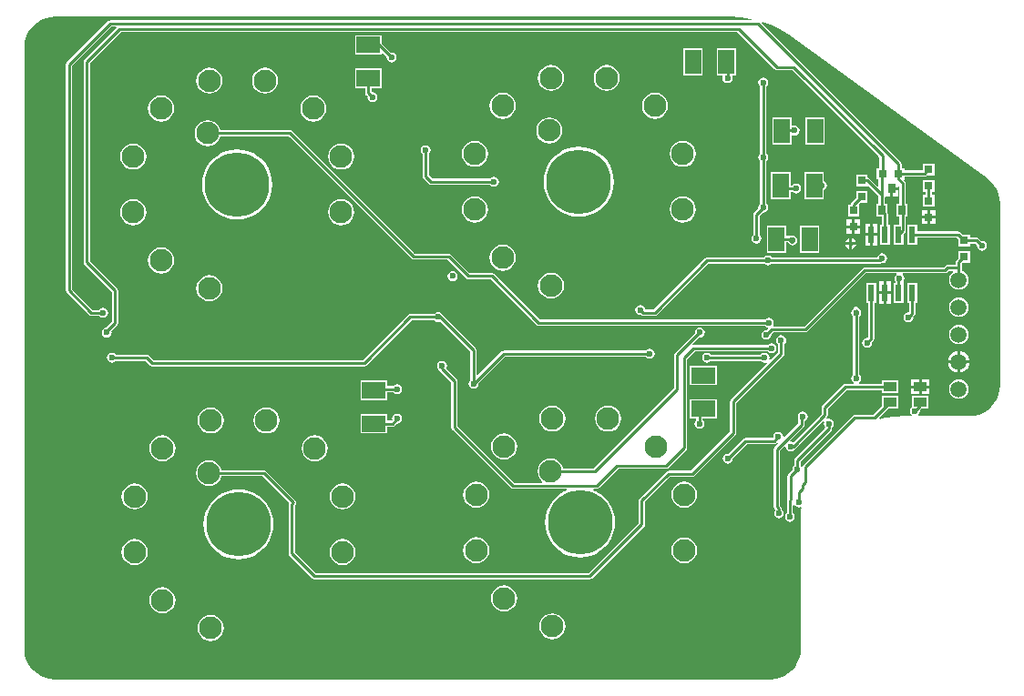
<source format=gtl>
G04*
G04 #@! TF.GenerationSoftware,Altium Limited,Altium Designer,19.0.14 (431)*
G04*
G04 Layer_Physical_Order=1*
G04 Layer_Color=255*
%FSLAX25Y25*%
%MOIN*%
G70*
G01*
G75*
%ADD11C,0.01000*%
%ADD25R,0.02362X0.06102*%
%ADD26R,0.02953X0.03150*%
%ADD27R,0.03150X0.02953*%
%ADD28R,0.02756X0.03543*%
%ADD29R,0.08661X0.05906*%
%ADD30R,0.05906X0.08661*%
%ADD31R,0.04724X0.03543*%
%ADD32C,0.23622*%
%ADD33C,0.08268*%
%ADD34C,0.05906*%
%ADD35C,0.02362*%
%ADD36C,0.02000*%
G36*
X109147Y114267D02*
X112907Y113709D01*
X113278Y113616D01*
X113217Y113120D01*
X-121500D01*
X-121929Y113035D01*
X-122292Y112792D01*
X-137292Y97792D01*
X-137535Y97429D01*
X-137620Y97000D01*
Y14162D01*
X-137535Y13733D01*
X-137292Y13370D01*
X-129082Y5160D01*
X-128718Y4917D01*
X-128290Y4832D01*
X-125418D01*
X-125309Y4669D01*
X-124720Y4276D01*
X-124026Y4138D01*
X-123331Y4276D01*
X-122743Y4669D01*
X-122350Y5257D01*
X-122211Y5952D01*
X-122350Y6646D01*
X-122743Y7235D01*
X-123331Y7628D01*
X-124026Y7766D01*
X-124720Y7628D01*
X-125309Y7235D01*
X-125418Y7072D01*
X-127826D01*
X-135380Y14626D01*
Y96536D01*
X-121036Y110880D01*
X-119411D01*
X-119204Y110380D01*
X-130792Y98792D01*
X-131035Y98429D01*
X-131120Y98000D01*
Y24471D01*
X-131035Y24043D01*
X-130792Y23679D01*
X-120811Y13698D01*
Y2772D01*
X-123087Y496D01*
X-123437Y426D01*
X-124026Y33D01*
X-124419Y-556D01*
X-124557Y-1250D01*
X-124419Y-1944D01*
X-124026Y-2533D01*
X-123437Y-2926D01*
X-122743Y-3064D01*
X-122048Y-2926D01*
X-121460Y-2533D01*
X-121067Y-1944D01*
X-120929Y-1250D01*
X-121051Y-635D01*
X-118899Y1517D01*
X-118656Y1880D01*
X-118571Y2308D01*
Y14162D01*
X-118656Y14591D01*
X-118899Y14954D01*
X-128880Y24935D01*
Y97536D01*
X-117536Y108880D01*
X108036D01*
X121708Y95208D01*
X122071Y94965D01*
X122500Y94880D01*
X128111D01*
X159975Y63016D01*
Y59075D01*
X158921D01*
Y54925D01*
X159690D01*
Y52594D01*
X159228Y52403D01*
X156386Y55245D01*
X156023Y55488D01*
X155595Y55573D01*
X155575D01*
Y56626D01*
X151425D01*
Y52280D01*
X155575D01*
Y52280D01*
X156006Y52458D01*
X159690Y48773D01*
Y45933D01*
X158783D01*
Y41193D01*
X160880D01*
Y38280D01*
X160221D01*
Y30980D01*
X163779D01*
Y38280D01*
X163120D01*
Y42310D01*
X163035Y42739D01*
X162792Y43102D01*
X162736Y43158D01*
Y45933D01*
X161930D01*
Y48245D01*
X162122Y48665D01*
X164000D01*
Y51437D01*
X164500D01*
Y51937D01*
X166878D01*
Y52286D01*
X167378Y52553D01*
X167380Y52552D01*
Y45933D01*
X166264D01*
Y41193D01*
X167380D01*
Y38280D01*
X165220D01*
Y30980D01*
X168780D01*
Y34826D01*
X169292Y35338D01*
X169535Y35701D01*
X169620Y36130D01*
Y41193D01*
X170217D01*
Y45933D01*
X169620D01*
Y53500D01*
X169535Y53929D01*
X169292Y54292D01*
X169023Y54561D01*
X169173Y54925D01*
X169173D01*
Y55880D01*
X176547D01*
X176976Y55965D01*
X177339Y56208D01*
X177411Y56279D01*
X180075D01*
Y60626D01*
X175925D01*
Y58120D01*
X169173D01*
Y59075D01*
X168120D01*
Y60500D01*
X168035Y60929D01*
X167792Y61292D01*
X116961Y112123D01*
X117235Y112556D01*
X120172Y111505D01*
X123608Y109880D01*
X126868Y107926D01*
X128104Y107009D01*
X128125Y107038D01*
X199521Y55114D01*
X199519Y55111D01*
X200846Y53978D01*
X201983Y52646D01*
X202898Y51153D01*
X203568Y49536D01*
X203977Y47833D01*
X204114Y46088D01*
X204117D01*
Y-20684D01*
X204114D01*
X203977Y-22429D01*
X203568Y-24132D01*
X202898Y-25749D01*
X201983Y-27242D01*
X200846Y-28574D01*
X199515Y-29711D01*
X198022Y-30625D01*
X196405Y-31295D01*
X194702Y-31704D01*
X192957Y-31841D01*
Y-31845D01*
X192957Y-31845D01*
X174342D01*
X174191Y-31345D01*
X174283Y-31283D01*
X174676Y-30694D01*
X174814Y-30000D01*
X174776Y-29808D01*
X175360Y-29224D01*
X177972D01*
Y-24484D01*
X172052D01*
Y-28493D01*
X171717Y-28717D01*
X171324Y-29306D01*
X171186Y-30000D01*
X171324Y-30694D01*
X171717Y-31283D01*
X171809Y-31345D01*
X171658Y-31845D01*
X169335D01*
Y-31811D01*
X165597Y-31995D01*
X161895Y-32544D01*
X160118Y-32989D01*
X159872Y-32554D01*
X163202Y-29224D01*
X166948D01*
Y-24484D01*
X161028D01*
Y-28231D01*
X157878Y-31380D01*
X151000D01*
X150571Y-31465D01*
X150208Y-31708D01*
X132208Y-49708D01*
X131965Y-50071D01*
X131921Y-50295D01*
X131436Y-50392D01*
X131301Y-50267D01*
X131236Y-50170D01*
X131088Y-50071D01*
X131073Y-50057D01*
Y-48511D01*
X142292Y-37292D01*
X142535Y-36929D01*
X142620Y-36500D01*
Y-35994D01*
X142783Y-35885D01*
X143176Y-35297D01*
X143314Y-34602D01*
X143176Y-33908D01*
X142783Y-33319D01*
X142194Y-32926D01*
X141500Y-32788D01*
X140880Y-32911D01*
X140709Y-32740D01*
X140585Y-32499D01*
X140792Y-32292D01*
X141035Y-31929D01*
X141120Y-31500D01*
Y-29121D01*
X147975Y-22266D01*
X161028D01*
Y-23516D01*
X166948D01*
Y-18776D01*
X161028D01*
Y-20026D01*
X152571D01*
X152419Y-19526D01*
X152783Y-19283D01*
X153176Y-18694D01*
X153314Y-18000D01*
X153176Y-17306D01*
X152783Y-16717D01*
X152620Y-16608D01*
Y4608D01*
X152783Y4717D01*
X153176Y5306D01*
X153314Y6000D01*
X153176Y6694D01*
X152783Y7283D01*
X152544Y7442D01*
X152535Y7491D01*
X152292Y7855D01*
X151929Y8098D01*
X151500Y8183D01*
X151071Y8098D01*
X150708Y7855D01*
X150465Y7491D01*
X150455Y7442D01*
X150217Y7283D01*
X149824Y6694D01*
X149686Y6000D01*
X149824Y5306D01*
X150217Y4717D01*
X150380Y4608D01*
Y-16608D01*
X150217Y-16717D01*
X149824Y-17306D01*
X149686Y-18000D01*
X149824Y-18694D01*
X150217Y-19283D01*
X150581Y-19526D01*
X150429Y-20026D01*
X147511D01*
X147083Y-20111D01*
X146720Y-20354D01*
X139208Y-27866D01*
X138965Y-28229D01*
X138880Y-28657D01*
Y-31036D01*
X128433Y-41483D01*
X128194Y-41324D01*
X127588Y-41203D01*
X127441Y-40937D01*
X127385Y-40699D01*
X132292Y-35792D01*
X132535Y-35429D01*
X132620Y-35000D01*
Y-33691D01*
X132694Y-33676D01*
X133283Y-33283D01*
X133676Y-32694D01*
X133814Y-32000D01*
X133676Y-31306D01*
X133283Y-30717D01*
X132694Y-30324D01*
X132000Y-30186D01*
X131306Y-30324D01*
X130717Y-30717D01*
X130324Y-31306D01*
X130186Y-32000D01*
X130324Y-32694D01*
X130380Y-32779D01*
Y-34536D01*
X125301Y-39615D01*
X125063Y-39559D01*
X124797Y-39412D01*
X124676Y-38806D01*
X124283Y-38217D01*
X123694Y-37824D01*
X123000Y-37686D01*
X122306Y-37824D01*
X121717Y-38217D01*
X121324Y-38806D01*
X121186Y-39500D01*
X120794Y-39880D01*
X111000D01*
X110571Y-39965D01*
X110208Y-40208D01*
X104692Y-45724D01*
X104500Y-45686D01*
X103806Y-45824D01*
X103217Y-46217D01*
X102824Y-46806D01*
X102686Y-47500D01*
X102824Y-48194D01*
X103217Y-48783D01*
X103806Y-49176D01*
X104500Y-49314D01*
X105194Y-49176D01*
X105783Y-48783D01*
X106176Y-48194D01*
X106314Y-47500D01*
X106276Y-47308D01*
X111464Y-42120D01*
X121500D01*
X121929Y-42035D01*
X122292Y-41792D01*
X122500Y-41584D01*
X122630Y-41579D01*
X122802Y-41942D01*
X122799Y-42117D01*
X121708Y-43208D01*
X121465Y-43571D01*
X121380Y-44000D01*
Y-65177D01*
X121465Y-65606D01*
X121708Y-65969D01*
X121766Y-66027D01*
X121957Y-66264D01*
X121564Y-66853D01*
X121426Y-67547D01*
X121564Y-68242D01*
X121957Y-68830D01*
X122546Y-69223D01*
X123240Y-69362D01*
X123934Y-69223D01*
X124523Y-68830D01*
X124916Y-68242D01*
X125055Y-67547D01*
X124916Y-66853D01*
X124523Y-66264D01*
X124360Y-66155D01*
Y-65917D01*
X124275Y-65489D01*
X124032Y-65125D01*
X123620Y-64713D01*
Y-44464D01*
X125199Y-42885D01*
X125437Y-42941D01*
X125703Y-43088D01*
X125824Y-43694D01*
X126217Y-44283D01*
X126806Y-44676D01*
X127500Y-44814D01*
X128194Y-44676D01*
X128783Y-44283D01*
X128965Y-44010D01*
X129292Y-43792D01*
X139397Y-33687D01*
X139637Y-33812D01*
X139809Y-33982D01*
X139686Y-34602D01*
X139824Y-35297D01*
X140217Y-35885D01*
X140045Y-36371D01*
X129161Y-47255D01*
X128918Y-47619D01*
X128833Y-48047D01*
Y-50061D01*
X128670Y-50170D01*
X128277Y-50758D01*
X128138Y-51453D01*
X128177Y-51645D01*
X126708Y-53114D01*
X126465Y-53477D01*
X126380Y-53905D01*
Y-62070D01*
X126206Y-62331D01*
X126120Y-62760D01*
Y-67438D01*
X125957Y-67547D01*
X125564Y-68136D01*
X125426Y-68830D01*
X125564Y-69525D01*
X125957Y-70113D01*
X126546Y-70507D01*
X127240Y-70645D01*
X127935Y-70507D01*
X128523Y-70113D01*
X128916Y-69525D01*
X129054Y-68830D01*
X128916Y-68136D01*
X128523Y-67547D01*
X128360Y-67438D01*
Y-64612D01*
X128453Y-64539D01*
X129126Y-64647D01*
X129217Y-64783D01*
X129806Y-65176D01*
X130500Y-65314D01*
X131027Y-65210D01*
X131484Y-65539D01*
X131385Y-66207D01*
X131201Y-69945D01*
X131234D01*
Y-117189D01*
X131231D01*
X131094Y-118934D01*
X130685Y-120637D01*
X130015Y-122254D01*
X129100Y-123747D01*
X127963Y-125079D01*
X126632Y-126216D01*
X125139Y-127130D01*
X123521Y-127801D01*
X121819Y-128209D01*
X120074Y-128347D01*
Y-128350D01*
X120074Y-128350D01*
X-141689D01*
X-141689Y-128350D01*
Y-128347D01*
X-143434Y-128209D01*
X-145137Y-127801D01*
X-146754Y-127130D01*
X-148247Y-126216D01*
X-149579Y-125079D01*
X-150716Y-123747D01*
X-151630Y-122254D01*
X-152301Y-120637D01*
X-152709Y-118934D01*
X-152847Y-117189D01*
X-152850D01*
X-152850Y-117189D01*
Y103283D01*
X-152850Y103284D01*
X-152847D01*
X-152709Y105029D01*
X-152301Y106731D01*
X-151630Y108349D01*
X-150716Y109842D01*
X-149579Y111173D01*
X-148247Y112310D01*
X-146754Y113225D01*
X-145137Y113895D01*
X-143434Y114304D01*
X-141689Y114441D01*
Y114444D01*
X105351D01*
X105388Y114452D01*
X109147Y114267D01*
D02*
G37*
%LPC*%
G36*
X-22071Y107653D02*
X-31929D01*
Y100551D01*
X-22071D01*
Y100834D01*
X-21609Y101025D01*
X-20276Y99692D01*
X-20314Y99500D01*
X-20176Y98806D01*
X-19783Y98217D01*
X-19194Y97824D01*
X-18500Y97686D01*
X-17806Y97824D01*
X-17217Y98217D01*
X-16824Y98806D01*
X-16686Y99500D01*
X-16824Y100194D01*
X-17217Y100783D01*
X-17806Y101176D01*
X-18500Y101314D01*
X-18692Y101276D01*
X-22071Y104655D01*
Y107653D01*
D02*
G37*
G36*
X95288Y102929D02*
X88186D01*
Y93071D01*
X95288D01*
Y102929D01*
D02*
G37*
G36*
X107493D02*
X100390D01*
Y93071D01*
X102464D01*
X102725Y92659D01*
X102717Y92571D01*
X102583Y91898D01*
X102721Y91203D01*
X103115Y90615D01*
X103703Y90221D01*
X104398Y90083D01*
X105092Y90221D01*
X105681Y90615D01*
X106074Y91203D01*
X106212Y91898D01*
X106078Y92571D01*
X106070Y92659D01*
X106331Y93071D01*
X107493D01*
Y102929D01*
D02*
G37*
G36*
X39810Y96802D02*
X38575Y96640D01*
X37424Y96163D01*
X36435Y95404D01*
X35677Y94416D01*
X35200Y93265D01*
X35037Y92029D01*
X35200Y90794D01*
X35677Y89642D01*
X36435Y88654D01*
X37424Y87895D01*
X38575Y87419D01*
X39810Y87256D01*
X41046Y87419D01*
X42197Y87895D01*
X43185Y88654D01*
X43944Y89642D01*
X44421Y90794D01*
X44584Y92029D01*
X44421Y93265D01*
X43944Y94416D01*
X43185Y95404D01*
X42197Y96163D01*
X41046Y96640D01*
X39810Y96802D01*
D02*
G37*
G36*
X60190Y96802D02*
X58954Y96639D01*
X57803Y96162D01*
X56815Y95404D01*
X56056Y94415D01*
X55579Y93264D01*
X55417Y92029D01*
X55579Y90793D01*
X56056Y89642D01*
X56815Y88654D01*
X57803Y87895D01*
X58954Y87418D01*
X60190Y87256D01*
X61425Y87418D01*
X62576Y87895D01*
X63565Y88654D01*
X64324Y89642D01*
X64800Y90793D01*
X64963Y92029D01*
X64800Y93264D01*
X64324Y94415D01*
X63565Y95404D01*
X62576Y96163D01*
X61425Y96639D01*
X60190Y96802D01*
D02*
G37*
G36*
X-85190Y95802D02*
X-86425Y95640D01*
X-87576Y95163D01*
X-88565Y94404D01*
X-89324Y93416D01*
X-89800Y92264D01*
X-89963Y91029D01*
X-89800Y89794D01*
X-89324Y88642D01*
X-88565Y87654D01*
X-87576Y86895D01*
X-86425Y86418D01*
X-85190Y86256D01*
X-83954Y86418D01*
X-82803Y86895D01*
X-81814Y87654D01*
X-81056Y88642D01*
X-80579Y89794D01*
X-80416Y91029D01*
X-80579Y92264D01*
X-81056Y93416D01*
X-81814Y94404D01*
X-82803Y95163D01*
X-83954Y95640D01*
X-85190Y95802D01*
D02*
G37*
G36*
X-64810Y95802D02*
X-66046Y95639D01*
X-67197Y95162D01*
X-68185Y94404D01*
X-68944Y93415D01*
X-69421Y92264D01*
X-69583Y91029D01*
X-69421Y89793D01*
X-68944Y88642D01*
X-68185Y87654D01*
X-67197Y86895D01*
X-66046Y86418D01*
X-64810Y86256D01*
X-63575Y86418D01*
X-62424Y86895D01*
X-61435Y87654D01*
X-60676Y88642D01*
X-60200Y89793D01*
X-60037Y91029D01*
X-60200Y92264D01*
X-60676Y93415D01*
X-61435Y94404D01*
X-62424Y95163D01*
X-63575Y95639D01*
X-64810Y95802D01*
D02*
G37*
G36*
X-22071Y95449D02*
X-31929D01*
Y88346D01*
X-28120D01*
Y86500D01*
X-28035Y86071D01*
X-27792Y85708D01*
X-27276Y85192D01*
X-27314Y85000D01*
X-27176Y84306D01*
X-26783Y83717D01*
X-26194Y83324D01*
X-25500Y83186D01*
X-24806Y83324D01*
X-24217Y83717D01*
X-23824Y84306D01*
X-23686Y85000D01*
X-23824Y85694D01*
X-24217Y86283D01*
X-24806Y86676D01*
X-25500Y86814D01*
X-25880Y87206D01*
Y88346D01*
X-22071D01*
Y95449D01*
D02*
G37*
G36*
X77839Y86613D02*
X76604Y86450D01*
X75452Y85973D01*
X74464Y85215D01*
X73705Y84226D01*
X73229Y83075D01*
X73066Y81839D01*
X73229Y80604D01*
X73705Y79453D01*
X74464Y78464D01*
X75452Y77706D01*
X76604Y77229D01*
X77839Y77066D01*
X79075Y77229D01*
X80226Y77706D01*
X81214Y78464D01*
X81973Y79453D01*
X82450Y80604D01*
X82612Y81839D01*
X82450Y83075D01*
X81973Y84226D01*
X81214Y85215D01*
X80226Y85973D01*
X79075Y86450D01*
X77839Y86613D01*
D02*
G37*
G36*
X22161Y86612D02*
X20925Y86450D01*
X19774Y85973D01*
X18786Y85214D01*
X18027Y84226D01*
X17550Y83074D01*
X17387Y81839D01*
X17550Y80604D01*
X18027Y79452D01*
X18786Y78464D01*
X19774Y77705D01*
X20925Y77228D01*
X22161Y77066D01*
X23396Y77228D01*
X24547Y77705D01*
X25536Y78464D01*
X26294Y79452D01*
X26771Y80604D01*
X26934Y81839D01*
X26771Y83074D01*
X26294Y84226D01*
X25536Y85214D01*
X24547Y85973D01*
X23396Y86450D01*
X22161Y86612D01*
D02*
G37*
G36*
X-47161Y85613D02*
X-48396Y85450D01*
X-49548Y84973D01*
X-50536Y84215D01*
X-51295Y83226D01*
X-51771Y82075D01*
X-51934Y80839D01*
X-51771Y79604D01*
X-51295Y78453D01*
X-50536Y77464D01*
X-49547Y76705D01*
X-48396Y76229D01*
X-47161Y76066D01*
X-45926Y76229D01*
X-44774Y76705D01*
X-43786Y77464D01*
X-43027Y78453D01*
X-42550Y79604D01*
X-42388Y80839D01*
X-42550Y82075D01*
X-43027Y83226D01*
X-43786Y84215D01*
X-44774Y84973D01*
X-45926Y85450D01*
X-47161Y85613D01*
D02*
G37*
G36*
X-102839Y85612D02*
X-104075Y85450D01*
X-105226Y84973D01*
X-106214Y84214D01*
X-106973Y83226D01*
X-107450Y82074D01*
X-107613Y80839D01*
X-107450Y79604D01*
X-106973Y78452D01*
X-106214Y77464D01*
X-105226Y76705D01*
X-104075Y76228D01*
X-102839Y76066D01*
X-101604Y76228D01*
X-100453Y76705D01*
X-99464Y77464D01*
X-98706Y78452D01*
X-98229Y79604D01*
X-98066Y80839D01*
X-98229Y82074D01*
X-98706Y83226D01*
X-99464Y84214D01*
X-100453Y84973D01*
X-101604Y85450D01*
X-102839Y85612D01*
D02*
G37*
G36*
X127847Y77429D02*
X120744D01*
Y67571D01*
X127847D01*
Y70853D01*
X128226Y71056D01*
X128347Y71069D01*
X129000Y70938D01*
X129694Y71077D01*
X130283Y71470D01*
X130676Y72059D01*
X130814Y72753D01*
X130676Y73447D01*
X130283Y74036D01*
X129694Y74429D01*
X129000Y74567D01*
X128347Y74437D01*
X128226Y74450D01*
X127847Y74653D01*
Y77429D01*
D02*
G37*
G36*
X39173Y77526D02*
X37938Y77364D01*
X36786Y76887D01*
X35798Y76128D01*
X35039Y75139D01*
X34562Y73988D01*
X34400Y72753D01*
X34562Y71517D01*
X35039Y70366D01*
X35798Y69378D01*
X36786Y68619D01*
X37938Y68142D01*
X39173Y67980D01*
X40408Y68142D01*
X41560Y68619D01*
X42548Y69378D01*
X43307Y70366D01*
X43784Y71517D01*
X43946Y72753D01*
X43784Y73988D01*
X43307Y75139D01*
X42548Y76128D01*
X41560Y76887D01*
X40408Y77364D01*
X39173Y77526D01*
D02*
G37*
G36*
X140051Y77429D02*
X132949D01*
Y67571D01*
X140051D01*
Y77429D01*
D02*
G37*
G36*
X11971Y68963D02*
X10736Y68800D01*
X9585Y68324D01*
X8596Y67565D01*
X7837Y66576D01*
X7361Y65425D01*
X7198Y64190D01*
X7361Y62954D01*
X7837Y61803D01*
X8596Y60815D01*
X9585Y60056D01*
X10736Y59579D01*
X11971Y59417D01*
X13207Y59579D01*
X14358Y60056D01*
X15346Y60815D01*
X16105Y61803D01*
X16582Y62954D01*
X16745Y64190D01*
X16582Y65425D01*
X16105Y66576D01*
X15346Y67565D01*
X14358Y68324D01*
X13207Y68800D01*
X11971Y68963D01*
D02*
G37*
G36*
X88029Y68963D02*
X86794Y68800D01*
X85642Y68323D01*
X84654Y67565D01*
X83895Y66576D01*
X83419Y65425D01*
X83256Y64190D01*
X83419Y62954D01*
X83895Y61803D01*
X84654Y60814D01*
X85642Y60056D01*
X86794Y59579D01*
X88029Y59416D01*
X89265Y59579D01*
X90416Y60056D01*
X91404Y60814D01*
X92163Y61803D01*
X92640Y62954D01*
X92802Y64190D01*
X92640Y65425D01*
X92163Y66576D01*
X91404Y67565D01*
X90416Y68323D01*
X89265Y68800D01*
X88029Y68963D01*
D02*
G37*
G36*
X-113029Y67963D02*
X-114264Y67800D01*
X-115415Y67324D01*
X-116404Y66565D01*
X-117163Y65576D01*
X-117639Y64425D01*
X-117802Y63190D01*
X-117639Y61954D01*
X-117163Y60803D01*
X-116404Y59815D01*
X-115415Y59056D01*
X-114264Y58579D01*
X-113029Y58416D01*
X-111793Y58579D01*
X-110642Y59056D01*
X-109654Y59815D01*
X-108895Y60803D01*
X-108418Y61954D01*
X-108256Y63190D01*
X-108418Y64425D01*
X-108895Y65576D01*
X-109654Y66565D01*
X-110642Y67324D01*
X-111793Y67800D01*
X-113029Y67963D01*
D02*
G37*
G36*
X-36971Y67963D02*
X-38206Y67800D01*
X-39358Y67323D01*
X-40346Y66565D01*
X-41105Y65576D01*
X-41581Y64425D01*
X-41744Y63190D01*
X-41581Y61954D01*
X-41105Y60803D01*
X-40346Y59815D01*
X-39358Y59056D01*
X-38206Y58579D01*
X-36971Y58416D01*
X-35735Y58579D01*
X-34584Y59056D01*
X-33596Y59815D01*
X-32837Y60803D01*
X-32360Y61954D01*
X-32198Y63190D01*
X-32360Y64425D01*
X-32837Y65576D01*
X-33596Y66565D01*
X-34584Y67323D01*
X-35735Y67800D01*
X-36971Y67963D01*
D02*
G37*
G36*
X-6000Y67314D02*
X-6694Y67176D01*
X-7283Y66783D01*
X-7676Y66194D01*
X-7814Y65500D01*
X-7676Y64806D01*
X-7283Y64217D01*
X-7120Y64108D01*
Y56000D01*
X-7035Y55571D01*
X-6792Y55208D01*
X-4792Y53208D01*
X-4429Y52965D01*
X-4000Y52880D01*
X17608D01*
X17717Y52717D01*
X18306Y52324D01*
X19000Y52186D01*
X19694Y52324D01*
X20283Y52717D01*
X20676Y53306D01*
X20814Y54000D01*
X20676Y54694D01*
X20283Y55283D01*
X19694Y55676D01*
X19000Y55814D01*
X18306Y55676D01*
X17717Y55283D01*
X17608Y55120D01*
X-3536D01*
X-4880Y56464D01*
Y64108D01*
X-4717Y64217D01*
X-4324Y64806D01*
X-4186Y65500D01*
X-4324Y66194D01*
X-4717Y66783D01*
X-5306Y67176D01*
X-6000Y67314D01*
D02*
G37*
G36*
X127449Y57429D02*
X120346D01*
Y47571D01*
X127449D01*
Y50380D01*
X128108D01*
X128217Y50217D01*
X128806Y49824D01*
X129500Y49686D01*
X130194Y49824D01*
X130783Y50217D01*
X131176Y50806D01*
X131314Y51500D01*
X131176Y52194D01*
X130783Y52783D01*
X130194Y53176D01*
X129500Y53314D01*
X128806Y53176D01*
X128217Y52783D01*
X128108Y52620D01*
X127449D01*
Y57429D01*
D02*
G37*
G36*
X166878Y50937D02*
X165000D01*
Y48665D01*
X166878D01*
Y50937D01*
D02*
G37*
G36*
X139654Y57429D02*
X132551D01*
Y47571D01*
X139654D01*
Y50816D01*
X139694Y50824D01*
X140283Y51217D01*
X140676Y51806D01*
X140814Y52500D01*
X140676Y53194D01*
X140283Y53783D01*
X139694Y54176D01*
X139654Y54184D01*
Y57429D01*
D02*
G37*
G36*
X155575Y50721D02*
X151425D01*
Y48056D01*
X149708Y46339D01*
X149465Y45976D01*
X149396Y45626D01*
X148425D01*
Y41280D01*
X152575D01*
Y45626D01*
X152575D01*
X152454Y45917D01*
X152911Y46374D01*
X155575D01*
Y50721D01*
D02*
G37*
G36*
X180075Y54720D02*
X175925D01*
Y50374D01*
X176880D01*
Y49126D01*
X175925D01*
Y44780D01*
X180075D01*
Y49126D01*
X179120D01*
Y50374D01*
X180075D01*
Y54720D01*
D02*
G37*
G36*
X117500Y92212D02*
X116806Y92074D01*
X116217Y91681D01*
X115824Y91092D01*
X115686Y90398D01*
X115824Y89703D01*
X116217Y89115D01*
X116380Y89006D01*
Y64297D01*
X116217Y64188D01*
X115824Y63600D01*
X115686Y62906D01*
X115824Y62211D01*
X116217Y61623D01*
X116380Y61514D01*
Y45892D01*
X116217Y45783D01*
X115824Y45194D01*
X115686Y44500D01*
X115724Y44308D01*
X114240Y42823D01*
X113997Y42460D01*
X113911Y42031D01*
Y34534D01*
X113749Y34425D01*
X113355Y33836D01*
X113217Y33142D01*
X113355Y32447D01*
X113749Y31859D01*
X114337Y31466D01*
X115032Y31327D01*
X115726Y31466D01*
X116314Y31859D01*
X116708Y32447D01*
X116846Y33142D01*
X116708Y33836D01*
X116314Y34425D01*
X116151Y34534D01*
Y41568D01*
X117308Y42724D01*
X117500Y42686D01*
X118194Y42824D01*
X118783Y43217D01*
X119176Y43806D01*
X119314Y44500D01*
X119176Y45194D01*
X118783Y45783D01*
X118620Y45892D01*
Y61514D01*
X118783Y61623D01*
X119176Y62211D01*
X119314Y62906D01*
X119176Y63600D01*
X118783Y64188D01*
X118620Y64297D01*
Y89006D01*
X118783Y89115D01*
X119176Y89703D01*
X119314Y90398D01*
X119176Y91092D01*
X118783Y91681D01*
X118194Y92074D01*
X117500Y92212D01*
D02*
G37*
G36*
X180476Y43622D02*
X178500D01*
Y41547D01*
X180476D01*
Y43622D01*
D02*
G37*
G36*
X177500D02*
X175524D01*
Y41547D01*
X177500D01*
Y43622D01*
D02*
G37*
G36*
X50000Y66843D02*
X47991Y66685D01*
X46031Y66214D01*
X44170Y65443D01*
X42451Y64390D01*
X40919Y63081D01*
X39610Y61549D01*
X38557Y59830D01*
X37786Y57969D01*
X37315Y56009D01*
X37157Y54000D01*
X37315Y51991D01*
X37786Y50031D01*
X38557Y48169D01*
X39610Y46451D01*
X40919Y44919D01*
X42451Y43610D01*
X44170Y42557D01*
X46031Y41786D01*
X47991Y41315D01*
X50000Y41157D01*
X52009Y41315D01*
X53969Y41786D01*
X55831Y42557D01*
X57549Y43610D01*
X59081Y44919D01*
X60390Y46451D01*
X61443Y48169D01*
X62214Y50031D01*
X62685Y51991D01*
X62843Y54000D01*
X62685Y56009D01*
X62214Y57969D01*
X61443Y59830D01*
X60390Y61549D01*
X59081Y63081D01*
X57549Y64390D01*
X55831Y65443D01*
X53969Y66214D01*
X52009Y66685D01*
X50000Y66843D01*
D02*
G37*
G36*
X-75000Y65843D02*
X-77009Y65685D01*
X-78969Y65214D01*
X-80831Y64443D01*
X-82549Y63390D01*
X-84081Y62081D01*
X-85390Y60549D01*
X-86443Y58830D01*
X-87214Y56969D01*
X-87685Y55009D01*
X-87843Y53000D01*
X-87685Y50991D01*
X-87214Y49031D01*
X-86443Y47170D01*
X-85390Y45451D01*
X-84081Y43919D01*
X-82549Y42610D01*
X-80831Y41557D01*
X-78969Y40786D01*
X-77009Y40315D01*
X-75000Y40157D01*
X-72991Y40315D01*
X-71031Y40786D01*
X-69169Y41557D01*
X-67451Y42610D01*
X-65919Y43919D01*
X-64610Y45451D01*
X-63557Y47170D01*
X-62786Y49031D01*
X-62315Y50991D01*
X-62157Y53000D01*
X-62315Y55009D01*
X-62786Y56969D01*
X-63557Y58830D01*
X-64610Y60549D01*
X-65919Y62081D01*
X-67451Y63390D01*
X-69169Y64443D01*
X-71031Y65214D01*
X-72991Y65685D01*
X-75000Y65843D01*
D02*
G37*
G36*
X11971Y48584D02*
X10735Y48421D01*
X9584Y47944D01*
X8596Y47186D01*
X7837Y46197D01*
X7360Y45046D01*
X7198Y43810D01*
X7360Y42575D01*
X7837Y41424D01*
X8596Y40435D01*
X9584Y39676D01*
X10735Y39200D01*
X11971Y39037D01*
X13206Y39200D01*
X14358Y39676D01*
X15346Y40435D01*
X16105Y41424D01*
X16581Y42575D01*
X16744Y43810D01*
X16581Y45046D01*
X16105Y46197D01*
X15346Y47186D01*
X14358Y47944D01*
X13206Y48421D01*
X11971Y48584D01*
D02*
G37*
G36*
X88029Y48583D02*
X86793Y48421D01*
X85642Y47944D01*
X84654Y47185D01*
X83895Y46197D01*
X83418Y45046D01*
X83255Y43810D01*
X83418Y42575D01*
X83895Y41424D01*
X84654Y40435D01*
X85642Y39676D01*
X86793Y39200D01*
X88029Y39037D01*
X89264Y39200D01*
X90415Y39676D01*
X91404Y40435D01*
X92163Y41424D01*
X92639Y42575D01*
X92802Y43810D01*
X92639Y45046D01*
X92163Y46197D01*
X91404Y47185D01*
X90415Y47944D01*
X89264Y48421D01*
X88029Y48583D01*
D02*
G37*
G36*
X180476Y40547D02*
X178500D01*
Y38472D01*
X180476D01*
Y40547D01*
D02*
G37*
G36*
X177500D02*
X175524D01*
Y38472D01*
X177500D01*
Y40547D01*
D02*
G37*
G36*
X152976Y40122D02*
X151000D01*
Y38047D01*
X152976D01*
Y40122D01*
D02*
G37*
G36*
X150000D02*
X148024D01*
Y38047D01*
X150000D01*
Y40122D01*
D02*
G37*
G36*
X-113029Y47584D02*
X-114265Y47421D01*
X-115416Y46944D01*
X-116404Y46185D01*
X-117163Y45197D01*
X-117640Y44046D01*
X-117802Y42810D01*
X-117640Y41575D01*
X-117163Y40424D01*
X-116404Y39435D01*
X-115416Y38677D01*
X-114265Y38200D01*
X-113029Y38037D01*
X-111794Y38200D01*
X-110642Y38677D01*
X-109654Y39435D01*
X-108895Y40424D01*
X-108419Y41575D01*
X-108256Y42810D01*
X-108419Y44046D01*
X-108895Y45197D01*
X-109654Y46185D01*
X-110643Y46944D01*
X-111794Y47421D01*
X-113029Y47584D01*
D02*
G37*
G36*
X-36971Y47583D02*
X-38207Y47421D01*
X-39358Y46944D01*
X-40346Y46185D01*
X-41105Y45197D01*
X-41582Y44046D01*
X-41745Y42810D01*
X-41582Y41575D01*
X-41105Y40424D01*
X-40346Y39435D01*
X-39358Y38676D01*
X-38207Y38200D01*
X-36971Y38037D01*
X-35736Y38200D01*
X-34585Y38676D01*
X-33596Y39435D01*
X-32837Y40424D01*
X-32361Y41575D01*
X-32198Y42810D01*
X-32361Y44046D01*
X-32838Y45197D01*
X-33596Y46185D01*
X-34585Y46944D01*
X-35736Y47421D01*
X-36971Y47583D01*
D02*
G37*
G36*
X159181Y38681D02*
X157500D01*
Y35130D01*
X159181D01*
Y38681D01*
D02*
G37*
G36*
X156500D02*
X154819D01*
Y35130D01*
X156500D01*
Y38681D01*
D02*
G37*
G36*
X152976Y37047D02*
X151000D01*
Y34972D01*
X152976D01*
Y37047D01*
D02*
G37*
G36*
X150000D02*
X148024D01*
Y34972D01*
X150000D01*
Y37047D01*
D02*
G37*
G36*
Y33267D02*
Y31827D01*
X151440D01*
X151384Y32108D01*
X150942Y32769D01*
X150280Y33211D01*
X150000Y33267D01*
D02*
G37*
G36*
X149000D02*
X148720Y33211D01*
X148058Y32769D01*
X147616Y32108D01*
X147560Y31827D01*
X149000D01*
Y33267D01*
D02*
G37*
G36*
X125847Y37929D02*
X118744D01*
Y28071D01*
X125847D01*
Y31880D01*
X126536D01*
X126541Y31876D01*
X126564Y31758D01*
X126957Y31170D01*
X127546Y30777D01*
X128240Y30638D01*
X128935Y30777D01*
X129523Y31170D01*
X129916Y31758D01*
X130054Y32453D01*
X129916Y33147D01*
X129523Y33736D01*
X128935Y34129D01*
X128240Y34267D01*
X127546Y34129D01*
X127410Y34038D01*
X127000Y34120D01*
X125847D01*
Y37929D01*
D02*
G37*
G36*
X159181Y34130D02*
X157500D01*
Y30579D01*
X159181D01*
Y34130D01*
D02*
G37*
G36*
X156500D02*
X154819D01*
Y30579D01*
X156500D01*
Y34130D01*
D02*
G37*
G36*
X151440Y30827D02*
X150000D01*
Y29388D01*
X150280Y29443D01*
X150942Y29885D01*
X151384Y30547D01*
X151440Y30827D01*
D02*
G37*
G36*
X149000D02*
X147560D01*
X147616Y30547D01*
X148058Y29885D01*
X148720Y29443D01*
X149000Y29388D01*
Y30827D01*
D02*
G37*
G36*
X173779Y38280D02*
X170220D01*
Y30980D01*
X173779D01*
Y33510D01*
X188359D01*
X188925Y32944D01*
Y30279D01*
X193075D01*
Y31333D01*
X195083D01*
X195724Y30692D01*
X195686Y30500D01*
X195824Y29806D01*
X196217Y29217D01*
X196806Y28824D01*
X197500Y28686D01*
X198194Y28824D01*
X198783Y29217D01*
X199176Y29806D01*
X199314Y30500D01*
X199176Y31194D01*
X198783Y31783D01*
X198194Y32176D01*
X197500Y32314D01*
X197308Y32276D01*
X196339Y33245D01*
X195976Y33487D01*
X195547Y33573D01*
X193075D01*
Y34626D01*
X190411D01*
X189615Y35422D01*
X189251Y35665D01*
X188823Y35750D01*
X173779D01*
Y38280D01*
D02*
G37*
G36*
X138051Y37929D02*
X130949D01*
Y28071D01*
X138051D01*
Y37929D01*
D02*
G37*
G36*
X161047Y27814D02*
X160353Y27676D01*
X159764Y27283D01*
X159371Y26694D01*
X159289Y26281D01*
X120568D01*
X120459Y26444D01*
X119871Y26837D01*
X119176Y26975D01*
X118482Y26837D01*
X117893Y26444D01*
X117784Y26281D01*
X97000D01*
X96571Y26195D01*
X96208Y25953D01*
X77375Y7120D01*
X74303D01*
X74176Y7757D01*
X73783Y8346D01*
X73194Y8739D01*
X72500Y8877D01*
X71806Y8739D01*
X71217Y8346D01*
X70824Y7757D01*
X70686Y7063D01*
X70824Y6369D01*
X71217Y5780D01*
X71806Y5387D01*
X72500Y5249D01*
X72692Y5287D01*
X72771Y5208D01*
X73134Y4965D01*
X73563Y4880D01*
X77839D01*
X78268Y4965D01*
X78631Y5208D01*
X97464Y24041D01*
X117784D01*
X117893Y23878D01*
X118482Y23484D01*
X119176Y23346D01*
X119871Y23484D01*
X120459Y23878D01*
X120568Y24041D01*
X160208D01*
X160636Y24126D01*
X160799Y24235D01*
X161047Y24186D01*
X161741Y24324D01*
X162330Y24717D01*
X162723Y25306D01*
X162862Y26000D01*
X162723Y26694D01*
X162330Y27283D01*
X161741Y27676D01*
X161047Y27814D01*
D02*
G37*
G36*
X22161Y30934D02*
X20925Y30771D01*
X19774Y30294D01*
X18786Y29536D01*
X18027Y28547D01*
X17550Y27396D01*
X17388Y26161D01*
X17550Y24925D01*
X18027Y23774D01*
X18786Y22785D01*
X19774Y22027D01*
X20925Y21550D01*
X22161Y21387D01*
X23396Y21550D01*
X24548Y22027D01*
X25536Y22785D01*
X26295Y23774D01*
X26772Y24925D01*
X26934Y26161D01*
X26772Y27396D01*
X26295Y28547D01*
X25536Y29536D01*
X24548Y30294D01*
X23396Y30771D01*
X22161Y30934D01*
D02*
G37*
G36*
X-102839Y29934D02*
X-104075Y29771D01*
X-105226Y29294D01*
X-106214Y28536D01*
X-106973Y27547D01*
X-107450Y26396D01*
X-107612Y25161D01*
X-107450Y23925D01*
X-106973Y22774D01*
X-106214Y21786D01*
X-105226Y21027D01*
X-104075Y20550D01*
X-102839Y20387D01*
X-101604Y20550D01*
X-100452Y21027D01*
X-99464Y21786D01*
X-98705Y22774D01*
X-98229Y23925D01*
X-98066Y25161D01*
X-98229Y26396D01*
X-98705Y27547D01*
X-99464Y28536D01*
X-100452Y29294D01*
X-101604Y29771D01*
X-102839Y29934D01*
D02*
G37*
G36*
X3839Y21231D02*
X3145Y21093D01*
X2556Y20700D01*
X2163Y20111D01*
X2025Y19417D01*
X2163Y18723D01*
X2556Y18134D01*
X3145Y17741D01*
X3839Y17603D01*
X4533Y17741D01*
X5122Y18134D01*
X5515Y18723D01*
X5654Y19417D01*
X5515Y20111D01*
X5122Y20700D01*
X4533Y21093D01*
X3839Y21231D01*
D02*
G37*
G36*
X-85827Y76526D02*
X-87062Y76363D01*
X-88214Y75887D01*
X-89202Y75128D01*
X-89961Y74139D01*
X-90438Y72988D01*
X-90600Y71753D01*
X-90438Y70517D01*
X-89961Y69366D01*
X-89202Y68378D01*
X-88214Y67619D01*
X-87062Y67142D01*
X-85827Y66980D01*
X-84592Y67142D01*
X-83440Y67619D01*
X-82452Y68378D01*
X-81693Y69366D01*
X-81216Y70517D01*
X-81201Y70633D01*
X-56092D01*
X-11214Y25755D01*
X-10851Y25512D01*
X-10423Y25427D01*
X1989D01*
X8791Y18625D01*
X9154Y18382D01*
X9583Y18297D01*
X17751D01*
X34482Y1566D01*
X34845Y1324D01*
X35274Y1238D01*
X118108D01*
X118217Y1075D01*
X118806Y682D01*
X119085Y626D01*
X119250Y84D01*
X118871Y-295D01*
X118679Y-257D01*
X117985Y-395D01*
X117396Y-788D01*
X117003Y-1377D01*
X116865Y-2071D01*
X117003Y-2765D01*
X117396Y-3354D01*
X117985Y-3747D01*
X118679Y-3885D01*
X119373Y-3747D01*
X119962Y-3354D01*
X120355Y-2765D01*
X120493Y-2071D01*
X120455Y-1879D01*
X121084Y-1250D01*
X132870D01*
X133299Y-1165D01*
X133662Y-922D01*
X155035Y20451D01*
X166195D01*
X166347Y19951D01*
X166095Y19783D01*
X165702Y19194D01*
X165564Y18500D01*
X165702Y17806D01*
X165880Y17539D01*
Y17020D01*
X165220D01*
Y9720D01*
X168780D01*
Y17020D01*
X168780Y17020D01*
X168780D01*
X168845Y17493D01*
X169054Y17806D01*
X169192Y18500D01*
X169054Y19194D01*
X168661Y19783D01*
X168409Y19951D01*
X168560Y20451D01*
X184000D01*
X184429Y20537D01*
X184792Y20779D01*
X185392Y21380D01*
X186750D01*
X186920Y20880D01*
X186467Y20533D01*
X185898Y19791D01*
X185540Y18927D01*
X185418Y18000D01*
X185540Y17073D01*
X185898Y16209D01*
X186467Y15467D01*
X187209Y14898D01*
X188073Y14540D01*
X189000Y14418D01*
X189927Y14540D01*
X190791Y14898D01*
X191533Y15467D01*
X192102Y16209D01*
X192460Y17073D01*
X192582Y18000D01*
X192460Y18927D01*
X192102Y19791D01*
X191533Y20533D01*
X190791Y21102D01*
X190120Y21380D01*
Y24083D01*
X190411Y24374D01*
X193075D01*
Y28721D01*
X188925D01*
Y26056D01*
X188208Y25339D01*
X187965Y24976D01*
X187880Y24547D01*
Y23620D01*
X184929D01*
X184500Y23535D01*
X184137Y23292D01*
X183536Y22691D01*
X154571D01*
X154143Y22606D01*
X153779Y22363D01*
X132406Y990D01*
X121327D01*
X121060Y1490D01*
X121176Y1664D01*
X121314Y2358D01*
X121176Y3053D01*
X120783Y3641D01*
X120194Y4035D01*
X119500Y4173D01*
X118806Y4035D01*
X118217Y3641D01*
X118108Y3478D01*
X35738D01*
X19007Y20209D01*
X18644Y20452D01*
X18215Y20537D01*
X10047D01*
X3244Y27339D01*
X2881Y27582D01*
X2452Y27667D01*
X-9959D01*
X-54836Y72545D01*
X-55200Y72788D01*
X-55628Y72873D01*
X-81201D01*
X-81216Y72988D01*
X-81693Y74139D01*
X-82452Y75128D01*
X-83440Y75887D01*
X-84592Y76363D01*
X-85827Y76526D01*
D02*
G37*
G36*
X164181Y17421D02*
X162500D01*
Y13870D01*
X164181D01*
Y17421D01*
D02*
G37*
G36*
X161500D02*
X159819D01*
Y13870D01*
X161500D01*
Y17421D01*
D02*
G37*
G36*
X39810Y20744D02*
X38575Y20582D01*
X37424Y20105D01*
X36435Y19346D01*
X35676Y18358D01*
X35200Y17207D01*
X35037Y15971D01*
X35200Y14736D01*
X35676Y13585D01*
X36435Y12596D01*
X37424Y11837D01*
X38575Y11361D01*
X39810Y11198D01*
X41046Y11361D01*
X42197Y11837D01*
X43185Y12596D01*
X43944Y13585D01*
X44421Y14736D01*
X44583Y15971D01*
X44421Y17207D01*
X43944Y18358D01*
X43185Y19346D01*
X42197Y20105D01*
X41046Y20582D01*
X39810Y20744D01*
D02*
G37*
G36*
X-85190Y19745D02*
X-86425Y19582D01*
X-87576Y19105D01*
X-88565Y18346D01*
X-89324Y17358D01*
X-89800Y16207D01*
X-89963Y14971D01*
X-89800Y13736D01*
X-89324Y12585D01*
X-88565Y11596D01*
X-87576Y10837D01*
X-86425Y10361D01*
X-85190Y10198D01*
X-83954Y10361D01*
X-82803Y10837D01*
X-81815Y11596D01*
X-81056Y12585D01*
X-80579Y13736D01*
X-80417Y14971D01*
X-80579Y16207D01*
X-81056Y17358D01*
X-81815Y18346D01*
X-82803Y19105D01*
X-83954Y19582D01*
X-85190Y19745D01*
D02*
G37*
G36*
X164181Y12870D02*
X162500D01*
Y9319D01*
X164181D01*
Y12870D01*
D02*
G37*
G36*
X161500D02*
X159819D01*
Y9319D01*
X161500D01*
Y12870D01*
D02*
G37*
G36*
X189000Y11582D02*
X188073Y11460D01*
X187209Y11102D01*
X186467Y10533D01*
X185898Y9791D01*
X185540Y8927D01*
X185418Y8000D01*
X185540Y7073D01*
X185898Y6209D01*
X186467Y5467D01*
X187209Y4898D01*
X188073Y4540D01*
X189000Y4418D01*
X189927Y4540D01*
X190791Y4898D01*
X191533Y5467D01*
X192102Y6209D01*
X192460Y7073D01*
X192582Y8000D01*
X192460Y8927D01*
X192102Y9791D01*
X191533Y10533D01*
X190791Y11102D01*
X189927Y11460D01*
X189000Y11582D01*
D02*
G37*
G36*
X173779Y17020D02*
X170220D01*
Y9720D01*
X170880D01*
Y6597D01*
X170610Y6141D01*
X169915Y6003D01*
X169327Y5610D01*
X168933Y5021D01*
X168795Y4327D01*
X168933Y3632D01*
X169327Y3044D01*
X169915Y2651D01*
X170610Y2512D01*
X171304Y2651D01*
X171893Y3044D01*
X172286Y3632D01*
X172424Y4327D01*
X172386Y4519D01*
X172792Y4925D01*
X173035Y5288D01*
X173120Y5717D01*
Y9720D01*
X173779D01*
Y17020D01*
D02*
G37*
G36*
X94250Y564D02*
X93556Y426D01*
X92967Y33D01*
X92574Y-556D01*
X92436Y-1250D01*
X92474Y-1442D01*
X85208Y-8708D01*
X84965Y-9071D01*
X84880Y-9500D01*
Y-21536D01*
X55450Y-50966D01*
X44299D01*
X44284Y-50851D01*
X43807Y-49700D01*
X43048Y-48711D01*
X42060Y-47952D01*
X40908Y-47475D01*
X39673Y-47313D01*
X38438Y-47475D01*
X37286Y-47952D01*
X36298Y-48711D01*
X35539Y-49700D01*
X35062Y-50851D01*
X34900Y-52086D01*
X35062Y-53321D01*
X35539Y-54473D01*
X36298Y-55461D01*
X36693Y-55765D01*
X36524Y-56265D01*
X26349D01*
X5620Y-35536D01*
Y-19000D01*
X5535Y-18571D01*
X5292Y-18208D01*
X1517Y-14433D01*
X1676Y-14194D01*
X1814Y-13500D01*
X1676Y-12806D01*
X1283Y-12217D01*
X694Y-11824D01*
X0Y-11686D01*
X-694Y-11824D01*
X-1283Y-12217D01*
X-1676Y-12806D01*
X-1814Y-13500D01*
X-1676Y-14194D01*
X-1283Y-14783D01*
X-1010Y-14965D01*
X-792Y-15292D01*
X3380Y-19464D01*
Y-36000D01*
X3465Y-36429D01*
X3708Y-36792D01*
X25093Y-58177D01*
X25456Y-58419D01*
X25885Y-58505D01*
X45515D01*
X45614Y-59005D01*
X44669Y-59396D01*
X42951Y-60449D01*
X41419Y-61758D01*
X40110Y-63290D01*
X39057Y-65008D01*
X38286Y-66870D01*
X37815Y-68830D01*
X37657Y-70839D01*
X37815Y-72848D01*
X38286Y-74808D01*
X39057Y-76670D01*
X40110Y-78388D01*
X41419Y-79920D01*
X42951Y-81229D01*
X44669Y-82282D01*
X46531Y-83053D01*
X48491Y-83524D01*
X50500Y-83682D01*
X52509Y-83524D01*
X54469Y-83053D01*
X56331Y-82282D01*
X58049Y-81229D01*
X59581Y-79920D01*
X60890Y-78388D01*
X61943Y-76670D01*
X62714Y-74808D01*
X63185Y-72848D01*
X63343Y-70839D01*
X63185Y-68830D01*
X62714Y-66870D01*
X61943Y-65008D01*
X60890Y-63290D01*
X59581Y-61758D01*
X58049Y-60449D01*
X56331Y-59396D01*
X55386Y-59005D01*
X55485Y-58505D01*
X56615D01*
X57044Y-58419D01*
X57407Y-58177D01*
X64464Y-51120D01*
X82000D01*
X82429Y-51035D01*
X82792Y-50792D01*
X89292Y-44292D01*
X89535Y-43929D01*
X89620Y-43500D01*
Y-10964D01*
X92464Y-8120D01*
X119108D01*
X119217Y-8283D01*
X119806Y-8676D01*
X120500Y-8814D01*
X121194Y-8676D01*
X121783Y-8283D01*
X122176Y-7694D01*
X122314Y-7000D01*
X122176Y-6306D01*
X121783Y-5717D01*
X121194Y-5324D01*
X120500Y-5186D01*
X119806Y-5324D01*
X119217Y-5717D01*
X119108Y-5880D01*
X92000D01*
X91889Y-5902D01*
X91642Y-5441D01*
X94058Y-3026D01*
X94250Y-3064D01*
X94944Y-2926D01*
X95533Y-2533D01*
X95926Y-1944D01*
X96064Y-1250D01*
X95926Y-556D01*
X95533Y33D01*
X94944Y426D01*
X94250Y564D01*
D02*
G37*
G36*
X189000Y1582D02*
X188073Y1460D01*
X187209Y1102D01*
X186467Y533D01*
X185898Y-209D01*
X185540Y-1073D01*
X185418Y-2000D01*
X185540Y-2927D01*
X185898Y-3791D01*
X186467Y-4533D01*
X187209Y-5102D01*
X188073Y-5460D01*
X189000Y-5582D01*
X189927Y-5460D01*
X190791Y-5102D01*
X191533Y-4533D01*
X192102Y-3791D01*
X192460Y-2927D01*
X192582Y-2000D01*
X192460Y-1073D01*
X192102Y-209D01*
X191533Y533D01*
X190791Y1102D01*
X189927Y1460D01*
X189000Y1582D01*
D02*
G37*
G36*
X158780Y17020D02*
X155220D01*
Y9720D01*
X155880D01*
Y-2794D01*
X155500Y-3186D01*
X154806Y-3324D01*
X154217Y-3717D01*
X153824Y-4306D01*
X153686Y-5000D01*
X153824Y-5694D01*
X154217Y-6283D01*
X154806Y-6676D01*
X155500Y-6814D01*
X156194Y-6676D01*
X156783Y-6283D01*
X157176Y-5694D01*
X157314Y-5000D01*
X157276Y-4808D01*
X157792Y-4292D01*
X158035Y-3929D01*
X158120Y-3500D01*
Y9720D01*
X158780D01*
Y17020D01*
D02*
G37*
G36*
X-1500Y6231D02*
X-2194Y6093D01*
X-2783Y5700D01*
X-2892Y5537D01*
X-11643D01*
X-12071Y5452D01*
X-12434Y5209D01*
X-29023Y-11380D01*
X-105536D01*
X-107208Y-9708D01*
X-107571Y-9465D01*
X-108000Y-9380D01*
X-119419D01*
X-119528Y-9217D01*
X-120116Y-8824D01*
X-120811Y-8686D01*
X-121505Y-8824D01*
X-122094Y-9217D01*
X-122487Y-9806D01*
X-122625Y-10500D01*
X-122487Y-11194D01*
X-122094Y-11783D01*
X-121505Y-12176D01*
X-120811Y-12314D01*
X-120116Y-12176D01*
X-119528Y-11783D01*
X-119419Y-11620D01*
X-108464D01*
X-106792Y-13292D01*
X-106429Y-13535D01*
X-106000Y-13620D01*
X-28559D01*
X-28131Y-13535D01*
X-27768Y-13292D01*
X-11179Y3297D01*
X-2892D01*
X-2783Y3134D01*
X-2194Y2741D01*
X-1500Y2603D01*
X-806Y2741D01*
X-660Y2838D01*
X10380Y-8201D01*
Y-18608D01*
X10217Y-18717D01*
X9824Y-19306D01*
X9686Y-20000D01*
X9824Y-20694D01*
X10217Y-21283D01*
X10806Y-21676D01*
X11500Y-21814D01*
X12194Y-21676D01*
X12783Y-21283D01*
X13176Y-20694D01*
X13314Y-20000D01*
X13276Y-19808D01*
X22964Y-10120D01*
X74608D01*
X74717Y-10283D01*
X75306Y-10676D01*
X76000Y-10814D01*
X76694Y-10676D01*
X77283Y-10283D01*
X77676Y-9694D01*
X77814Y-9000D01*
X77676Y-8306D01*
X77283Y-7717D01*
X76694Y-7324D01*
X76000Y-7186D01*
X75306Y-7324D01*
X74717Y-7717D01*
X74608Y-7880D01*
X22500D01*
X22071Y-7965D01*
X21708Y-8208D01*
X13082Y-16834D01*
X12620Y-16643D01*
Y-7737D01*
X12535Y-7309D01*
X12292Y-6945D01*
X137Y5209D01*
X90Y5241D01*
X-217Y5700D01*
X-806Y6093D01*
X-1500Y6231D01*
D02*
G37*
G36*
X124047Y-2186D02*
X123353Y-2324D01*
X122764Y-2717D01*
X122371Y-3306D01*
X122233Y-4000D01*
X122371Y-4694D01*
X122764Y-5283D01*
X122927Y-5392D01*
Y-8489D01*
X120177Y-11239D01*
X119716Y-10993D01*
X119814Y-10500D01*
X119676Y-9806D01*
X119283Y-9217D01*
X118694Y-8824D01*
X118000Y-8686D01*
X117306Y-8824D01*
X116717Y-9217D01*
X116608Y-9380D01*
X98392D01*
X98283Y-9217D01*
X97694Y-8824D01*
X97000Y-8686D01*
X96306Y-8824D01*
X95717Y-9217D01*
X95324Y-9806D01*
X95186Y-10500D01*
X95324Y-11194D01*
X95717Y-11783D01*
X96306Y-12176D01*
X97000Y-12314D01*
X97694Y-12176D01*
X98283Y-11783D01*
X98392Y-11620D01*
X116608D01*
X116717Y-11783D01*
X117306Y-12176D01*
X118000Y-12314D01*
X118493Y-12216D01*
X118739Y-12677D01*
X105708Y-25708D01*
X105465Y-26071D01*
X105380Y-26500D01*
Y-37568D01*
X91036Y-51912D01*
X82873D01*
X82445Y-51997D01*
X82082Y-52240D01*
X72240Y-62082D01*
X71997Y-62445D01*
X71912Y-62874D01*
Y-71036D01*
X53550Y-89398D01*
X-46197D01*
X-53841Y-81754D01*
Y-64420D01*
X-53713Y-64292D01*
X-53713Y-64292D01*
X-53470Y-63929D01*
X-53385Y-63500D01*
X-53470Y-63071D01*
X-53713Y-62708D01*
X-53713Y-62708D01*
X-64466Y-51955D01*
X-64829Y-51712D01*
X-65258Y-51627D01*
X-80701D01*
X-80716Y-51512D01*
X-81193Y-50361D01*
X-81952Y-49372D01*
X-82940Y-48613D01*
X-84092Y-48136D01*
X-85327Y-47974D01*
X-86562Y-48136D01*
X-87714Y-48613D01*
X-88702Y-49372D01*
X-89461Y-50361D01*
X-89938Y-51512D01*
X-90100Y-52747D01*
X-89938Y-53983D01*
X-89461Y-55134D01*
X-88702Y-56122D01*
X-87714Y-56881D01*
X-86562Y-57358D01*
X-85327Y-57520D01*
X-84092Y-57358D01*
X-82940Y-56881D01*
X-81952Y-56122D01*
X-81193Y-55134D01*
X-80716Y-53983D01*
X-80701Y-53867D01*
X-65721D01*
X-56007Y-63582D01*
X-56081Y-63956D01*
Y-82218D01*
X-55996Y-82646D01*
X-55753Y-83009D01*
X-47453Y-91310D01*
X-47089Y-91553D01*
X-46661Y-91638D01*
X54014D01*
X54443Y-91553D01*
X54806Y-91310D01*
X73824Y-72292D01*
X74067Y-71929D01*
X74152Y-71500D01*
Y-63337D01*
X83337Y-54152D01*
X91500D01*
X91929Y-54067D01*
X92292Y-53824D01*
X107292Y-38824D01*
X107535Y-38461D01*
X107620Y-38032D01*
Y-26964D01*
X124839Y-9745D01*
X125082Y-9381D01*
X125167Y-8953D01*
Y-5392D01*
X125330Y-5283D01*
X125724Y-4694D01*
X125862Y-4000D01*
X125724Y-3306D01*
X125330Y-2717D01*
X124742Y-2324D01*
X124047Y-2186D01*
D02*
G37*
G36*
X189500Y-8079D02*
Y-11500D01*
X192921D01*
X192851Y-10968D01*
X192453Y-10007D01*
X191819Y-9181D01*
X190993Y-8547D01*
X190032Y-8149D01*
X189500Y-8079D01*
D02*
G37*
G36*
X188500D02*
X187968Y-8149D01*
X187007Y-8547D01*
X186181Y-9181D01*
X185547Y-10007D01*
X185149Y-10968D01*
X185079Y-11500D01*
X188500D01*
Y-8079D01*
D02*
G37*
G36*
X192921Y-12500D02*
X189500D01*
Y-15921D01*
X190032Y-15851D01*
X190993Y-15453D01*
X191819Y-14819D01*
X192453Y-13993D01*
X192851Y-13032D01*
X192921Y-12500D01*
D02*
G37*
G36*
X188500D02*
X185079D01*
X185149Y-13032D01*
X185547Y-13993D01*
X186181Y-14819D01*
X187007Y-15453D01*
X187968Y-15851D01*
X188500Y-15921D01*
Y-12500D01*
D02*
G37*
G36*
X100429Y-13449D02*
X90571D01*
Y-20551D01*
X100429D01*
Y-13449D01*
D02*
G37*
G36*
X178374Y-18374D02*
X175512D01*
Y-20646D01*
X178374D01*
Y-18374D01*
D02*
G37*
G36*
X174512D02*
X171650D01*
Y-20646D01*
X174512D01*
Y-18374D01*
D02*
G37*
G36*
X-20071Y-18846D02*
X-29929D01*
Y-25949D01*
X-20071D01*
Y-23120D01*
X-17892D01*
X-17783Y-23283D01*
X-17194Y-23676D01*
X-16500Y-23814D01*
X-15806Y-23676D01*
X-15217Y-23283D01*
X-14824Y-22694D01*
X-14686Y-22000D01*
X-14824Y-21306D01*
X-15217Y-20717D01*
X-15806Y-20324D01*
X-16500Y-20186D01*
X-17194Y-20324D01*
X-17783Y-20717D01*
X-17892Y-20880D01*
X-20071D01*
Y-18846D01*
D02*
G37*
G36*
X178374Y-21646D02*
X175512D01*
Y-23918D01*
X178374D01*
Y-21646D01*
D02*
G37*
G36*
X174512D02*
X171650D01*
Y-23918D01*
X174512D01*
Y-21646D01*
D02*
G37*
G36*
X189000Y-18418D02*
X188073Y-18540D01*
X187209Y-18898D01*
X186467Y-19467D01*
X185898Y-20209D01*
X185540Y-21073D01*
X185418Y-22000D01*
X185540Y-22927D01*
X185898Y-23791D01*
X186467Y-24533D01*
X187209Y-25102D01*
X188073Y-25460D01*
X189000Y-25582D01*
X189927Y-25460D01*
X190791Y-25102D01*
X191533Y-24533D01*
X192102Y-23791D01*
X192460Y-22927D01*
X192582Y-22000D01*
X192460Y-21073D01*
X192102Y-20209D01*
X191533Y-19467D01*
X190791Y-18898D01*
X189927Y-18540D01*
X189000Y-18418D01*
D02*
G37*
G36*
X-16500Y-30996D02*
X-17194Y-31134D01*
X-17783Y-31527D01*
X-18176Y-32116D01*
X-18314Y-32810D01*
X-18254Y-33112D01*
X-18585Y-33482D01*
X-20071D01*
Y-31051D01*
X-29929D01*
Y-38153D01*
X-20071D01*
Y-35722D01*
X-18102D01*
X-17674Y-35637D01*
X-17310Y-35394D01*
X-16534Y-34618D01*
X-16500Y-34624D01*
X-15806Y-34486D01*
X-15217Y-34093D01*
X-14824Y-33504D01*
X-14686Y-32810D01*
X-14824Y-32116D01*
X-15217Y-31527D01*
X-15806Y-31134D01*
X-16500Y-30996D01*
D02*
G37*
G36*
X100429Y-25653D02*
X90571D01*
Y-32756D01*
X93006D01*
Y-33348D01*
X92843Y-33457D01*
X92450Y-34046D01*
X92312Y-34740D01*
X92450Y-35434D01*
X92843Y-36023D01*
X93432Y-36416D01*
X94126Y-36555D01*
X94820Y-36416D01*
X95409Y-36023D01*
X95802Y-35434D01*
X95940Y-34740D01*
X95802Y-34046D01*
X95409Y-33457D01*
X95246Y-33348D01*
Y-32756D01*
X100429D01*
Y-25653D01*
D02*
G37*
G36*
X40310Y-28037D02*
X39075Y-28199D01*
X37924Y-28676D01*
X36935Y-29435D01*
X36176Y-30423D01*
X35700Y-31574D01*
X35537Y-32810D01*
X35700Y-34045D01*
X36176Y-35197D01*
X36935Y-36185D01*
X37924Y-36944D01*
X39075Y-37420D01*
X40310Y-37583D01*
X41546Y-37420D01*
X42697Y-36944D01*
X43685Y-36185D01*
X44444Y-35197D01*
X44921Y-34045D01*
X45084Y-32810D01*
X44921Y-31574D01*
X44444Y-30423D01*
X43685Y-29435D01*
X42697Y-28676D01*
X41546Y-28199D01*
X40310Y-28037D01*
D02*
G37*
G36*
X60690Y-28037D02*
X59454Y-28200D01*
X58303Y-28676D01*
X57315Y-29435D01*
X56556Y-30424D01*
X56079Y-31575D01*
X55917Y-32810D01*
X56079Y-34046D01*
X56556Y-35197D01*
X57315Y-36185D01*
X58303Y-36944D01*
X59454Y-37421D01*
X60690Y-37584D01*
X61925Y-37421D01*
X63076Y-36944D01*
X64065Y-36185D01*
X64824Y-35197D01*
X65300Y-34046D01*
X65463Y-32810D01*
X65300Y-31575D01*
X64824Y-30424D01*
X64065Y-29435D01*
X63076Y-28676D01*
X61925Y-28200D01*
X60690Y-28037D01*
D02*
G37*
G36*
X-84690Y-28698D02*
X-85925Y-28860D01*
X-87076Y-29337D01*
X-88065Y-30096D01*
X-88823Y-31084D01*
X-89300Y-32236D01*
X-89463Y-33471D01*
X-89300Y-34706D01*
X-88823Y-35858D01*
X-88065Y-36846D01*
X-87076Y-37605D01*
X-85925Y-38081D01*
X-84690Y-38244D01*
X-83454Y-38081D01*
X-82303Y-37605D01*
X-81314Y-36846D01*
X-80556Y-35857D01*
X-80079Y-34706D01*
X-79916Y-33471D01*
X-80079Y-32236D01*
X-80556Y-31084D01*
X-81314Y-30096D01*
X-82303Y-29337D01*
X-83454Y-28860D01*
X-84690Y-28698D01*
D02*
G37*
G36*
X-64310Y-28698D02*
X-65546Y-28861D01*
X-66697Y-29337D01*
X-67685Y-30096D01*
X-68444Y-31085D01*
X-68921Y-32236D01*
X-69083Y-33471D01*
X-68921Y-34707D01*
X-68444Y-35858D01*
X-67685Y-36846D01*
X-66697Y-37605D01*
X-65546Y-38082D01*
X-64310Y-38245D01*
X-63075Y-38082D01*
X-61924Y-37605D01*
X-60935Y-36846D01*
X-60176Y-35858D01*
X-59700Y-34707D01*
X-59537Y-33471D01*
X-59700Y-32236D01*
X-60176Y-31085D01*
X-60935Y-30096D01*
X-61924Y-29337D01*
X-63075Y-28861D01*
X-64310Y-28698D01*
D02*
G37*
G36*
X22661Y-38227D02*
X21425Y-38389D01*
X20274Y-38866D01*
X19286Y-39625D01*
X18527Y-40613D01*
X18050Y-41765D01*
X17887Y-43000D01*
X18050Y-44235D01*
X18527Y-45387D01*
X19286Y-46375D01*
X20274Y-47134D01*
X21425Y-47611D01*
X22661Y-47773D01*
X23896Y-47611D01*
X25047Y-47134D01*
X26036Y-46375D01*
X26794Y-45386D01*
X27271Y-44235D01*
X27434Y-43000D01*
X27271Y-41765D01*
X26794Y-40613D01*
X26036Y-39625D01*
X25047Y-38866D01*
X23896Y-38389D01*
X22661Y-38227D01*
D02*
G37*
G36*
X-46661Y-38887D02*
X-47896Y-39050D01*
X-49048Y-39527D01*
X-50036Y-40286D01*
X-50795Y-41274D01*
X-51271Y-42425D01*
X-51434Y-43661D01*
X-51271Y-44896D01*
X-50795Y-46047D01*
X-50036Y-47036D01*
X-49047Y-47794D01*
X-47896Y-48271D01*
X-46661Y-48434D01*
X-45426Y-48271D01*
X-44274Y-47794D01*
X-43286Y-47036D01*
X-42527Y-46047D01*
X-42050Y-44896D01*
X-41888Y-43661D01*
X-42050Y-42425D01*
X-42527Y-41274D01*
X-43286Y-40286D01*
X-44274Y-39527D01*
X-45426Y-39050D01*
X-46661Y-38887D01*
D02*
G37*
G36*
X-102339Y-38888D02*
X-103575Y-39050D01*
X-104726Y-39527D01*
X-105714Y-40286D01*
X-106473Y-41274D01*
X-106950Y-42426D01*
X-107113Y-43661D01*
X-106950Y-44896D01*
X-106473Y-46048D01*
X-105714Y-47036D01*
X-104726Y-47795D01*
X-103575Y-48272D01*
X-102339Y-48434D01*
X-101104Y-48272D01*
X-99953Y-47795D01*
X-98964Y-47036D01*
X-98206Y-46047D01*
X-97729Y-44896D01*
X-97566Y-43661D01*
X-97729Y-42426D01*
X-98206Y-41274D01*
X-98964Y-40286D01*
X-99953Y-39527D01*
X-101104Y-39050D01*
X-102339Y-38888D01*
D02*
G37*
G36*
X12471Y-55876D02*
X11236Y-56039D01*
X10085Y-56515D01*
X9096Y-57274D01*
X8337Y-58263D01*
X7861Y-59414D01*
X7698Y-60649D01*
X7861Y-61885D01*
X8337Y-63036D01*
X9096Y-64024D01*
X10085Y-64783D01*
X11236Y-65260D01*
X12471Y-65422D01*
X13707Y-65260D01*
X14858Y-64783D01*
X15846Y-64024D01*
X16605Y-63036D01*
X17082Y-61885D01*
X17244Y-60649D01*
X17082Y-59414D01*
X16605Y-58263D01*
X15846Y-57274D01*
X14858Y-56515D01*
X13707Y-56039D01*
X12471Y-55876D01*
D02*
G37*
G36*
X88529Y-55876D02*
X87294Y-56039D01*
X86142Y-56516D01*
X85154Y-57274D01*
X84395Y-58263D01*
X83918Y-59414D01*
X83756Y-60649D01*
X83918Y-61885D01*
X84395Y-63036D01*
X85154Y-64025D01*
X86142Y-64783D01*
X87294Y-65260D01*
X88529Y-65423D01*
X89764Y-65260D01*
X90916Y-64783D01*
X91904Y-64025D01*
X92663Y-63036D01*
X93140Y-61885D01*
X93302Y-60649D01*
X93140Y-59414D01*
X92663Y-58263D01*
X91904Y-57274D01*
X90916Y-56516D01*
X89764Y-56039D01*
X88529Y-55876D01*
D02*
G37*
G36*
X-112529Y-56537D02*
X-113764Y-56700D01*
X-114915Y-57176D01*
X-115904Y-57935D01*
X-116663Y-58924D01*
X-117139Y-60075D01*
X-117302Y-61310D01*
X-117139Y-62546D01*
X-116663Y-63697D01*
X-115904Y-64685D01*
X-114915Y-65444D01*
X-113764Y-65921D01*
X-112529Y-66084D01*
X-111293Y-65921D01*
X-110142Y-65444D01*
X-109154Y-64685D01*
X-108395Y-63697D01*
X-107918Y-62546D01*
X-107755Y-61310D01*
X-107918Y-60075D01*
X-108395Y-58924D01*
X-109154Y-57935D01*
X-110142Y-57176D01*
X-111293Y-56700D01*
X-112529Y-56537D01*
D02*
G37*
G36*
X-36471Y-56537D02*
X-37706Y-56700D01*
X-38858Y-57177D01*
X-39846Y-57935D01*
X-40605Y-58924D01*
X-41082Y-60075D01*
X-41244Y-61310D01*
X-41082Y-62546D01*
X-40605Y-63697D01*
X-39846Y-64685D01*
X-38857Y-65444D01*
X-37706Y-65921D01*
X-36471Y-66084D01*
X-35236Y-65921D01*
X-34084Y-65444D01*
X-33096Y-64685D01*
X-32337Y-63697D01*
X-31860Y-62546D01*
X-31698Y-61310D01*
X-31860Y-60075D01*
X-32337Y-58924D01*
X-33096Y-57935D01*
X-34084Y-57177D01*
X-35236Y-56700D01*
X-36471Y-56537D01*
D02*
G37*
G36*
X-74500Y-58657D02*
X-76509Y-58815D01*
X-78469Y-59286D01*
X-80330Y-60057D01*
X-82049Y-61110D01*
X-83581Y-62419D01*
X-84890Y-63951D01*
X-85943Y-65670D01*
X-86714Y-67531D01*
X-87185Y-69491D01*
X-87343Y-71500D01*
X-87185Y-73509D01*
X-86714Y-75469D01*
X-85943Y-77330D01*
X-84890Y-79049D01*
X-83581Y-80581D01*
X-82049Y-81890D01*
X-80330Y-82943D01*
X-78469Y-83714D01*
X-76509Y-84185D01*
X-74500Y-84343D01*
X-72491Y-84185D01*
X-70531Y-83714D01*
X-68669Y-82943D01*
X-66951Y-81890D01*
X-65419Y-80581D01*
X-64110Y-79049D01*
X-63057Y-77330D01*
X-62286Y-75469D01*
X-61815Y-73509D01*
X-61657Y-71500D01*
X-61815Y-69491D01*
X-62286Y-67531D01*
X-63057Y-65670D01*
X-64110Y-63951D01*
X-65419Y-62419D01*
X-66951Y-61110D01*
X-68669Y-60057D01*
X-70531Y-59286D01*
X-72491Y-58815D01*
X-74500Y-58657D01*
D02*
G37*
G36*
X12471Y-76255D02*
X11236Y-76418D01*
X10084Y-76895D01*
X9096Y-77653D01*
X8337Y-78642D01*
X7860Y-79793D01*
X7698Y-81029D01*
X7860Y-82264D01*
X8337Y-83415D01*
X9096Y-84404D01*
X10084Y-85163D01*
X11236Y-85639D01*
X12471Y-85802D01*
X13706Y-85639D01*
X14858Y-85163D01*
X15846Y-84404D01*
X16605Y-83415D01*
X17082Y-82264D01*
X17244Y-81029D01*
X17082Y-79793D01*
X16605Y-78642D01*
X15846Y-77653D01*
X14858Y-76895D01*
X13706Y-76418D01*
X12471Y-76255D01*
D02*
G37*
G36*
X88529Y-76256D02*
X87293Y-76418D01*
X86142Y-76895D01*
X85154Y-77654D01*
X84395Y-78642D01*
X83918Y-79793D01*
X83755Y-81029D01*
X83918Y-82264D01*
X84395Y-83415D01*
X85154Y-84404D01*
X86142Y-85163D01*
X87293Y-85639D01*
X88529Y-85802D01*
X89764Y-85639D01*
X90915Y-85163D01*
X91904Y-84404D01*
X92663Y-83415D01*
X93139Y-82264D01*
X93302Y-81029D01*
X93139Y-79793D01*
X92663Y-78642D01*
X91904Y-77654D01*
X90915Y-76895D01*
X89764Y-76418D01*
X88529Y-76256D01*
D02*
G37*
G36*
X-112529Y-76916D02*
X-113765Y-77079D01*
X-114916Y-77556D01*
X-115904Y-78315D01*
X-116663Y-79303D01*
X-117140Y-80454D01*
X-117302Y-81690D01*
X-117140Y-82925D01*
X-116663Y-84076D01*
X-115904Y-85065D01*
X-114916Y-85824D01*
X-113765Y-86300D01*
X-112529Y-86463D01*
X-111294Y-86300D01*
X-110142Y-85824D01*
X-109154Y-85065D01*
X-108395Y-84076D01*
X-107919Y-82925D01*
X-107756Y-81690D01*
X-107919Y-80454D01*
X-108395Y-79303D01*
X-109154Y-78315D01*
X-110143Y-77556D01*
X-111294Y-77079D01*
X-112529Y-76916D01*
D02*
G37*
G36*
X-36471Y-76916D02*
X-37707Y-77079D01*
X-38858Y-77556D01*
X-39846Y-78315D01*
X-40605Y-79303D01*
X-41082Y-80454D01*
X-41245Y-81690D01*
X-41082Y-82925D01*
X-40605Y-84076D01*
X-39846Y-85065D01*
X-38858Y-85824D01*
X-37707Y-86300D01*
X-36471Y-86463D01*
X-35236Y-86300D01*
X-34085Y-85824D01*
X-33096Y-85065D01*
X-32337Y-84076D01*
X-31861Y-82925D01*
X-31698Y-81690D01*
X-31861Y-80454D01*
X-32337Y-79303D01*
X-33096Y-78315D01*
X-34085Y-77556D01*
X-35236Y-77079D01*
X-36471Y-76916D01*
D02*
G37*
G36*
X22661Y-93905D02*
X21426Y-94068D01*
X20274Y-94545D01*
X19286Y-95303D01*
X18527Y-96292D01*
X18050Y-97443D01*
X17888Y-98678D01*
X18050Y-99914D01*
X18527Y-101065D01*
X19286Y-102053D01*
X20274Y-102812D01*
X21426Y-103289D01*
X22661Y-103452D01*
X23896Y-103289D01*
X25048Y-102812D01*
X26036Y-102053D01*
X26795Y-101065D01*
X27272Y-99914D01*
X27434Y-98678D01*
X27272Y-97443D01*
X26795Y-96292D01*
X26036Y-95303D01*
X25048Y-94545D01*
X23896Y-94068D01*
X22661Y-93905D01*
D02*
G37*
G36*
X-102339Y-94566D02*
X-103575Y-94729D01*
X-104726Y-95205D01*
X-105714Y-95964D01*
X-106473Y-96953D01*
X-106950Y-98104D01*
X-107112Y-99339D01*
X-106950Y-100575D01*
X-106473Y-101726D01*
X-105714Y-102715D01*
X-104726Y-103473D01*
X-103575Y-103950D01*
X-102339Y-104113D01*
X-101104Y-103950D01*
X-99952Y-103473D01*
X-98964Y-102715D01*
X-98205Y-101726D01*
X-97729Y-100575D01*
X-97566Y-99339D01*
X-97729Y-98104D01*
X-98205Y-96953D01*
X-98964Y-95964D01*
X-99953Y-95205D01*
X-101104Y-94729D01*
X-102339Y-94566D01*
D02*
G37*
G36*
X40310Y-104095D02*
X39075Y-104257D01*
X37924Y-104734D01*
X36935Y-105493D01*
X36176Y-106481D01*
X35700Y-107632D01*
X35537Y-108868D01*
X35700Y-110103D01*
X36176Y-111254D01*
X36935Y-112243D01*
X37924Y-113002D01*
X39075Y-113478D01*
X40310Y-113641D01*
X41546Y-113478D01*
X42697Y-113002D01*
X43685Y-112243D01*
X44444Y-111254D01*
X44921Y-110103D01*
X45083Y-108868D01*
X44921Y-107632D01*
X44444Y-106481D01*
X43685Y-105493D01*
X42697Y-104734D01*
X41546Y-104257D01*
X40310Y-104095D01*
D02*
G37*
G36*
X-84690Y-104755D02*
X-85925Y-104918D01*
X-87076Y-105395D01*
X-88065Y-106154D01*
X-88824Y-107142D01*
X-89300Y-108293D01*
X-89463Y-109529D01*
X-89300Y-110764D01*
X-88824Y-111915D01*
X-88065Y-112904D01*
X-87076Y-113663D01*
X-85925Y-114139D01*
X-84690Y-114302D01*
X-83454Y-114139D01*
X-82303Y-113663D01*
X-81315Y-112904D01*
X-80556Y-111915D01*
X-80079Y-110764D01*
X-79917Y-109529D01*
X-80079Y-108293D01*
X-80556Y-107142D01*
X-81315Y-106154D01*
X-82303Y-105395D01*
X-83454Y-104918D01*
X-84690Y-104755D01*
D02*
G37*
%LPD*%
D11*
X-1500Y4417D02*
X-654D01*
X2452Y26547D02*
X9583Y19417D01*
X-10423Y26547D02*
X2452D01*
X9583Y19417D02*
X18215D01*
X94126Y-34740D02*
Y-30579D01*
X95500Y-29205D01*
X-11643Y4417D02*
X-1500D01*
X-28559Y-12500D02*
X-11643Y4417D01*
X-106000Y-12500D02*
X-28559D01*
X11500Y-20000D02*
Y-7737D01*
X-654Y4417D02*
X11500Y-7737D01*
X56615Y-57385D02*
X64000Y-50000D01*
X25885Y-57385D02*
X56615D01*
X4500Y-36000D02*
X25885Y-57385D01*
X91500Y-53032D02*
X106500Y-38032D01*
X54014Y-90518D02*
X73032Y-71500D01*
Y-62874D01*
X82873Y-53032D01*
X91500D01*
X-65258Y-52747D02*
X-54505Y-63500D01*
X-54961Y-63956D02*
X-54505Y-63500D01*
X-54961Y-82218D02*
Y-63956D01*
Y-82218D02*
X-46661Y-90518D01*
X54014D01*
X-85327Y-52747D02*
X-65258D01*
X-18102Y-34602D02*
X-16310Y-32810D01*
X-24602Y-22000D02*
X-16500D01*
X-25000Y-22398D02*
X-24602Y-22000D01*
X22500Y-9000D02*
X76000D01*
X72500Y7063D02*
X73563Y6000D01*
X77839D01*
X-55628Y71753D02*
X-10423Y26547D01*
X18215Y19417D02*
X35274Y2358D01*
X119500D01*
X-85827Y71753D02*
X-55628D01*
X127240Y-68830D02*
Y-62760D01*
X97000Y25161D02*
X119176D01*
X77839Y6000D02*
X97000Y25161D01*
X119176D02*
X160208D01*
X161047Y26000D01*
X132870Y-130D02*
X154571Y21571D01*
X120620Y-130D02*
X132870D01*
X118679Y-2071D02*
X120620Y-130D01*
X-120811Y-10500D02*
X-108000D01*
X-106000Y-12500D01*
X-122743Y-1250D02*
Y-744D01*
X-119691Y2308D01*
Y14162D01*
X-130000Y24471D02*
X-119691Y14162D01*
X-130000Y24471D02*
Y98000D01*
X-128290Y5952D02*
X-124026D01*
X-136500Y14162D02*
X-128290Y5952D01*
X-136500Y14162D02*
Y97000D01*
X168500Y36130D02*
Y53500D01*
X167000Y57000D02*
Y60500D01*
X115500Y112000D02*
X167000Y60500D01*
X160810Y43500D02*
Y49237D01*
X161094Y57000D02*
Y63480D01*
X128575Y96000D02*
X161094Y63480D01*
X122500Y96000D02*
X128575D01*
X130500Y-59880D02*
X132000Y-58380D01*
Y-57000D01*
X133000Y-56000D01*
Y-50500D01*
X130500Y-63500D02*
Y-59880D01*
X151500Y6000D02*
Y7063D01*
Y-18000D02*
Y6000D01*
X127000Y33000D02*
X127984Y32016D01*
X137000Y75000D02*
X137626Y74374D01*
X106500Y-26500D02*
X124047Y-8953D01*
Y-4000D01*
X-16500Y-32810D02*
X-16310D01*
X126500Y51500D02*
X129500D01*
X125500Y52500D02*
X126500Y51500D01*
X0Y-14500D02*
Y-13500D01*
Y-14500D02*
X4500Y-19000D01*
X128240Y32272D02*
Y32453D01*
X127984Y32016D02*
X128240Y32272D01*
X147511Y-21146D02*
X163988D01*
X140000Y-28657D02*
X147511Y-21146D01*
X140000Y-31500D02*
Y-28657D01*
X167000Y18122D02*
X167378Y18500D01*
X167000Y13370D02*
Y18122D01*
X154571Y21571D02*
X184000D01*
X189000Y22500D02*
Y24547D01*
Y18000D02*
Y22500D01*
X184000Y21571D02*
X184929Y22500D01*
X189000D01*
Y24547D02*
X191000Y26547D01*
X94906Y-17594D02*
X95500Y-17000D01*
X-136500Y97000D02*
X-121500Y112000D01*
X115500D01*
X108500Y110000D02*
X122500Y96000D01*
X-118000Y110000D02*
X108500D01*
X-130000Y98000D02*
X-118000Y110000D01*
X91737Y97737D02*
Y98000D01*
X91500Y101000D02*
X91737Y100763D01*
Y98000D02*
Y100763D01*
X103941Y98000D02*
X104398Y97544D01*
Y91898D02*
Y97544D01*
X11500Y-20000D02*
X22500Y-9000D01*
X117500Y62906D02*
Y90398D01*
Y44500D02*
Y62906D01*
X115032Y42031D02*
X117500Y44500D01*
X115032Y33142D02*
Y42031D01*
X135000Y31500D02*
X135126Y31626D01*
X122295Y33000D02*
X127000D01*
X136102Y52500D02*
X139000D01*
X123898D02*
X125500D01*
X124295Y72500D02*
X124548Y72753D01*
X129000D01*
X188823Y34630D02*
X191000Y32453D01*
X172000Y34630D02*
X188823D01*
X191000Y32453D02*
X195547D01*
X197500Y30500D01*
X127500Y-53905D02*
X129953Y-51453D01*
X127500Y-62500D02*
Y-53905D01*
X127240Y-62760D02*
X127500Y-62500D01*
X141500Y-36500D02*
Y-34602D01*
X129953Y-48047D02*
X141500Y-36500D01*
X129953Y-51453D02*
Y-48047D01*
X128500Y-43000D02*
X140000Y-31500D01*
X127500Y-43000D02*
X128500D01*
X131500Y-35000D02*
Y-32500D01*
X122500Y-44000D02*
X131500Y-35000D01*
X122500Y-65177D02*
Y-44000D01*
X123240Y-67547D02*
Y-65917D01*
X122500Y-65177D02*
X123240Y-65917D01*
X121500Y-41000D02*
X123000Y-39500D01*
X111000Y-41000D02*
X121500D01*
X104500Y-47500D02*
X111000Y-41000D01*
X-27000Y86500D02*
X-25500Y85000D01*
X-27000Y86500D02*
Y91898D01*
Y104102D02*
X-23102D01*
X-18500Y99500D01*
X-6000Y56000D02*
Y65500D01*
Y56000D02*
X-4000Y54000D01*
X19000D01*
X97000Y-10500D02*
X118000D01*
X106500Y-38032D02*
Y-26500D01*
X-25000Y-34602D02*
X-18102D01*
X4500Y-36000D02*
Y-19000D01*
X64000Y-50000D02*
X82000D01*
X88500Y-43500D01*
Y-10500D01*
X92000Y-7000D01*
X120500D01*
X86000Y-9500D02*
X94250Y-1250D01*
X86000Y-22000D02*
Y-9500D01*
X55914Y-52086D02*
X86000Y-22000D01*
X39673Y-52086D02*
X55914D01*
X158342Y-32500D02*
X163988Y-26854D01*
X151000Y-32500D02*
X158342D01*
X133000Y-50500D02*
X151000Y-32500D01*
X175012Y-27988D02*
Y-26854D01*
X173000Y-30000D02*
X175012Y-27988D01*
X150500Y45547D02*
X153500Y48547D01*
X150500Y43453D02*
Y45547D01*
X160810Y49237D02*
Y56716D01*
X153500Y54453D02*
X155595D01*
X160810Y49237D01*
X178000Y46953D02*
Y52547D01*
X176547Y57000D02*
X178000Y58453D01*
X167000Y57000D02*
X176547D01*
X167000Y34630D02*
X168500Y36130D01*
X167000Y55000D02*
X168500Y53500D01*
X167000Y55000D02*
Y57000D01*
X160810Y43500D02*
X162000Y42310D01*
X160810Y56716D02*
X161094Y57000D01*
X162000Y34630D02*
Y42310D01*
X155500Y-5000D02*
X157000Y-3500D01*
Y13370D01*
X170610Y4327D02*
X172000Y5717D01*
Y13370D01*
X131500Y-32500D02*
X132000Y-32000D01*
D25*
X157000Y13370D02*
D03*
X162000D02*
D03*
X167000D02*
D03*
X172000D02*
D03*
Y34630D02*
D03*
X167000D02*
D03*
X162000D02*
D03*
X157000D02*
D03*
D26*
X191000Y26547D02*
D03*
Y32453D02*
D03*
X153500Y54453D02*
D03*
Y48547D02*
D03*
X178000Y58453D02*
D03*
Y52547D02*
D03*
X150500Y43453D02*
D03*
Y37547D02*
D03*
X178000Y46953D02*
D03*
Y41047D02*
D03*
D27*
X167000Y57000D02*
D03*
X161094D02*
D03*
D28*
X160760Y43563D02*
D03*
X168240D02*
D03*
X164500Y51437D02*
D03*
D29*
X95500Y-17000D02*
D03*
Y-29205D02*
D03*
X-25000Y-34602D02*
D03*
Y-22398D02*
D03*
X-27000Y91898D02*
D03*
Y104102D02*
D03*
D30*
X103941Y98000D02*
D03*
X91737D02*
D03*
X122295Y33000D02*
D03*
X134500D02*
D03*
X124295Y72500D02*
D03*
X136500D02*
D03*
X123898Y52500D02*
D03*
X136102D02*
D03*
D31*
X163988Y-26854D02*
D03*
Y-21146D02*
D03*
X175012D02*
D03*
Y-26854D02*
D03*
D32*
X50500Y-70839D02*
D03*
X50000Y54000D02*
D03*
X-75000Y53000D02*
D03*
X-74500Y-71500D02*
D03*
D33*
X-85190Y14971D02*
D03*
X-102839Y25161D02*
D03*
X-113029Y42810D02*
D03*
X-113029Y63190D02*
D03*
X-102839Y80839D02*
D03*
X-85190Y91029D02*
D03*
X-64810Y91029D02*
D03*
X-47161Y80839D02*
D03*
X-36971Y63190D02*
D03*
X-36971Y42810D02*
D03*
X-85827Y71753D02*
D03*
X40310Y-108868D02*
D03*
X22661Y-98678D02*
D03*
X12471Y-81029D02*
D03*
X12471Y-60649D02*
D03*
X22661Y-43000D02*
D03*
X40310Y-32810D02*
D03*
X60690Y-32810D02*
D03*
X78339Y-43000D02*
D03*
X88529Y-60649D02*
D03*
X88529Y-81029D02*
D03*
X39673Y-52086D02*
D03*
X-85327Y-52747D02*
D03*
X-36471Y-81690D02*
D03*
X-36471Y-61310D02*
D03*
X-46661Y-43661D02*
D03*
X-64310Y-33471D02*
D03*
X-84690Y-33471D02*
D03*
X-102339Y-43661D02*
D03*
X-112529Y-61310D02*
D03*
X-112529Y-81690D02*
D03*
X-102339Y-99339D02*
D03*
X-84690Y-109529D02*
D03*
X39173Y72753D02*
D03*
X88029Y43810D02*
D03*
X88029Y64190D02*
D03*
X77839Y81839D02*
D03*
X60190Y92029D02*
D03*
X39810Y92029D02*
D03*
X22161Y81839D02*
D03*
X11971Y64190D02*
D03*
X11971Y43810D02*
D03*
X22161Y26161D02*
D03*
X39810Y15971D02*
D03*
D34*
X189000Y18000D02*
D03*
Y8000D02*
D03*
Y-2000D02*
D03*
Y-12000D02*
D03*
Y-22000D02*
D03*
D35*
X94126Y-34740D02*
D03*
X-16500Y-22000D02*
D03*
X76000Y-9000D02*
D03*
X72500Y7063D02*
D03*
X127240Y-68830D02*
D03*
X119176Y25161D02*
D03*
X118679Y-2071D02*
D03*
X-120811Y-10500D02*
D03*
X-122743Y-1250D02*
D03*
X-124026Y5952D02*
D03*
X137626Y74374D02*
D03*
X119500Y2358D02*
D03*
X124047Y-4000D02*
D03*
X-16500Y-32810D02*
D03*
X129500Y51500D02*
D03*
X0Y-13500D02*
D03*
X128240Y32453D02*
D03*
X151500Y6000D02*
D03*
X167378Y18500D02*
D03*
X161047Y26000D02*
D03*
X94906Y-17594D02*
D03*
X91500Y101000D02*
D03*
X11500Y-20000D02*
D03*
X-1500Y4417D02*
D03*
X117500Y90398D02*
D03*
Y62906D02*
D03*
X115032Y33142D02*
D03*
X117500Y44500D02*
D03*
X3839Y19417D02*
D03*
X135126Y31626D02*
D03*
X139000Y52500D02*
D03*
X129000Y72753D02*
D03*
X197500Y30500D02*
D03*
X130500Y-63500D02*
D03*
X151500Y-18000D02*
D03*
X141500Y-34602D02*
D03*
X129953Y-51453D02*
D03*
X127500Y-43000D02*
D03*
X123240Y-67547D02*
D03*
X123000Y-39500D02*
D03*
X104500Y-47500D02*
D03*
X-25500Y85000D02*
D03*
X-18500Y99500D02*
D03*
X-6000Y65500D02*
D03*
X19000Y54000D02*
D03*
X97000Y-10500D02*
D03*
X118000D02*
D03*
X120500Y-7000D02*
D03*
X94250Y-1250D02*
D03*
X104398Y91898D02*
D03*
X173000Y-30000D02*
D03*
X155500Y-5000D02*
D03*
X170610Y4327D02*
D03*
X132000Y-32000D02*
D03*
D36*
X149500Y31327D02*
D03*
M02*

</source>
